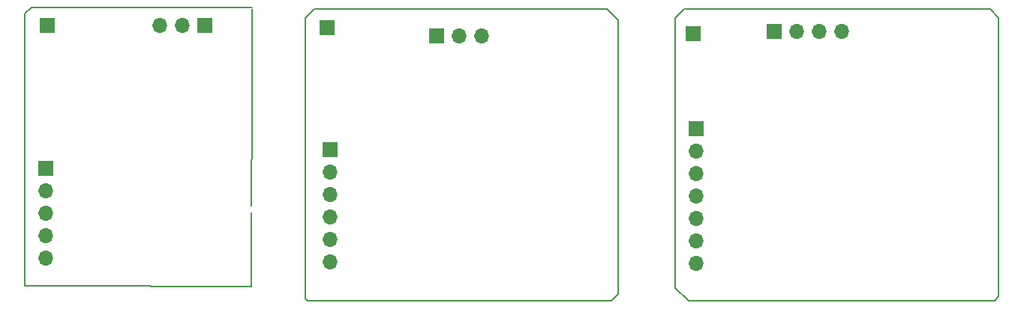
<source format=gbr>
%TF.GenerationSoftware,KiCad,Pcbnew,5.1.9-73d0e3b20d~88~ubuntu20.04.1*%
%TF.CreationDate,2021-01-19T19:28:40-06:00*%
%TF.ProjectId,typring-kicad,74797072-696e-4672-9d6b-696361642e6b,rev?*%
%TF.SameCoordinates,Original*%
%TF.FileFunction,Soldermask,Top*%
%TF.FilePolarity,Negative*%
%FSLAX46Y46*%
G04 Gerber Fmt 4.6, Leading zero omitted, Abs format (unit mm)*
G04 Created by KiCad (PCBNEW 5.1.9-73d0e3b20d~88~ubuntu20.04.1) date 2021-01-19 19:28:40*
%MOMM*%
%LPD*%
G01*
G04 APERTURE LIST*
%ADD10C,0.150000*%
%ADD11O,1.700000X1.700000*%
%ADD12R,1.700000X1.700000*%
G04 APERTURE END LIST*
D10*
X179000000Y-52500000D02*
X179500000Y-52000000D01*
X171500000Y-52500000D02*
X179000000Y-52500000D01*
X163000000Y-52500000D02*
X171500000Y-52500000D01*
X153500000Y-52500000D02*
X163000000Y-52500000D01*
X144500000Y-52500000D02*
X153500000Y-52500000D01*
X143000000Y-51000000D02*
X144500000Y-52500000D01*
X143000000Y-45500000D02*
X143000000Y-51000000D01*
X143000000Y-39000000D02*
X143000000Y-45500000D01*
X143000000Y-33000000D02*
X143000000Y-39000000D01*
X143000000Y-27000000D02*
X143000000Y-33000000D01*
X143000000Y-20500000D02*
X143000000Y-27000000D01*
X144000000Y-19500000D02*
X143000000Y-20500000D01*
X154000000Y-19500000D02*
X144000000Y-19500000D01*
X162500000Y-19500000D02*
X154000000Y-19500000D01*
X169000000Y-19500000D02*
X162500000Y-19500000D01*
X178500000Y-19500000D02*
X169000000Y-19500000D01*
X179500000Y-20500000D02*
X178500000Y-19500000D01*
X179500000Y-27000000D02*
X179500000Y-20500000D01*
X179500000Y-37000000D02*
X179500000Y-27000000D01*
X179500000Y-44500000D02*
X179500000Y-37000000D01*
X179500000Y-52000000D02*
X179500000Y-44500000D01*
X136500000Y-25000000D02*
X136500000Y-20750000D01*
X136500000Y-33000000D02*
X136500000Y-25000000D01*
X136500000Y-40000000D02*
X136500000Y-33000000D01*
X136500000Y-45250000D02*
X136500000Y-40000000D01*
X136500000Y-51750000D02*
X136500000Y-45250000D01*
X136500000Y-51750000D02*
X135750000Y-52500000D01*
X135250000Y-52500000D02*
X135750000Y-52500000D01*
X129500000Y-52500000D02*
X135250000Y-52500000D01*
X120000000Y-52500000D02*
X129500000Y-52500000D01*
X109750000Y-52500000D02*
X120000000Y-52500000D01*
X101500000Y-52500000D02*
X109750000Y-52500000D01*
X101250000Y-52250000D02*
X101500000Y-52500000D01*
X101250000Y-42250000D02*
X101250000Y-52250000D01*
X101250000Y-35750000D02*
X101250000Y-42250000D01*
X101250000Y-29500000D02*
X101250000Y-35750000D01*
X101250000Y-24750000D02*
X101250000Y-29500000D01*
X101250000Y-20500000D02*
X101250000Y-24750000D01*
X102250000Y-19500000D02*
X101250000Y-20500000D01*
X107000000Y-19500000D02*
X102250000Y-19500000D01*
X116000000Y-19500000D02*
X107000000Y-19500000D01*
X122750000Y-19500000D02*
X116000000Y-19500000D01*
X128750000Y-19500000D02*
X122750000Y-19500000D01*
X128750000Y-19500000D02*
X135250000Y-19500000D01*
X136500000Y-20750000D02*
X135250000Y-19500000D01*
X84100000Y-50900000D02*
X83800000Y-50900000D01*
X83500000Y-50800000D02*
X83750000Y-50800000D01*
X88700000Y-50900000D02*
X89300000Y-50900000D01*
X93800000Y-50900000D02*
X93200000Y-50900000D01*
X95100000Y-48500000D02*
X95100000Y-47800000D01*
X95200000Y-36000000D02*
X95200000Y-36350000D01*
X95100000Y-36800000D02*
X95100000Y-36450000D01*
X95200000Y-32800000D02*
X95200000Y-32000000D01*
X95200000Y-26450000D02*
X95200000Y-25600000D01*
X94900000Y-19300000D02*
X95250000Y-19300000D01*
X95200000Y-19800000D02*
X95200000Y-19450000D01*
X89400000Y-19300000D02*
X90200000Y-19300000D01*
X82000000Y-19300000D02*
X82600000Y-19300000D01*
X75400000Y-19300000D02*
X76200000Y-19300000D01*
X70700000Y-19300000D02*
X71500000Y-19300000D01*
X69600000Y-23200000D02*
X69600000Y-22500000D01*
X69600000Y-31900000D02*
X69600000Y-31300000D01*
X69600000Y-38300000D02*
X69600000Y-37700000D01*
X69600000Y-44700000D02*
X69600000Y-44100000D01*
X70000000Y-50800000D02*
X69650000Y-50800000D01*
X69600000Y-50750000D02*
X69600000Y-50400000D01*
X76800000Y-50800000D02*
X77400000Y-50800000D01*
X95100000Y-42600000D02*
X95100000Y-42500000D01*
X95100000Y-41600000D02*
X95100000Y-41700000D01*
X95100000Y-42600000D02*
X95100000Y-47800000D01*
X95100000Y-36800000D02*
X95100000Y-41600000D01*
X95200000Y-36000000D02*
X95200000Y-32800000D01*
X95200000Y-26400000D02*
X95200000Y-32000000D01*
X95200000Y-19800000D02*
X95200000Y-25600000D01*
X90200000Y-19300000D02*
X94900000Y-19300000D01*
X82600000Y-19300000D02*
X89400000Y-19300000D01*
X76200000Y-19300000D02*
X82000000Y-19300000D01*
X71500000Y-19300000D02*
X75400000Y-19300000D01*
X70300000Y-19300000D02*
X70700000Y-19300000D01*
X69600000Y-20000000D02*
X70300000Y-19300000D01*
X69600000Y-22500000D02*
X69600000Y-20000000D01*
X69600000Y-31300000D02*
X69600000Y-23200000D01*
X69600000Y-37700000D02*
X69600000Y-31900000D01*
X69600000Y-44100000D02*
X69600000Y-38300000D01*
X69600000Y-44700000D02*
X69600000Y-50400000D01*
X76800000Y-50800000D02*
X70000000Y-50800000D01*
X77400000Y-50800000D02*
X83500000Y-50800000D01*
X88700000Y-50900000D02*
X84100000Y-50900000D01*
X95100000Y-48500000D02*
X95100000Y-50900000D01*
X93800000Y-50900000D02*
X95100000Y-50900000D01*
X89300000Y-50900000D02*
X93200000Y-50900000D01*
D11*
%TO.C,J9*%
X145316780Y-48223692D03*
X145316780Y-45683692D03*
X145316780Y-43143692D03*
X145316780Y-40603692D03*
X145316780Y-38063692D03*
X145316780Y-35523692D03*
D12*
X145316780Y-32983692D03*
%TD*%
%TO.C,J8*%
X145031883Y-22233111D03*
%TD*%
D11*
%TO.C,J7*%
X121130000Y-22500000D03*
X118590000Y-22500000D03*
D12*
X116050000Y-22500000D03*
%TD*%
D11*
%TO.C,J6*%
X104000000Y-48100000D03*
X104000000Y-45560000D03*
X104000000Y-43020000D03*
X104000000Y-40480000D03*
X104000000Y-37940000D03*
D12*
X104000000Y-35400000D03*
%TD*%
%TO.C,J5*%
X103700000Y-21600000D03*
%TD*%
D11*
%TO.C,J4*%
X161738408Y-22033113D03*
X159198408Y-22033113D03*
X156658408Y-22033113D03*
D12*
X154118408Y-22033113D03*
%TD*%
%TO.C,J3*%
X72100000Y-21300000D03*
%TD*%
D11*
%TO.C,J2*%
X71900000Y-47660000D03*
X71900000Y-45120000D03*
X71900000Y-42580000D03*
X71900000Y-40040000D03*
D12*
X71900000Y-37500000D03*
%TD*%
D11*
%TO.C,J1*%
X84820000Y-21300000D03*
X87360000Y-21300000D03*
D12*
X89900000Y-21300000D03*
%TD*%
M02*

</source>
